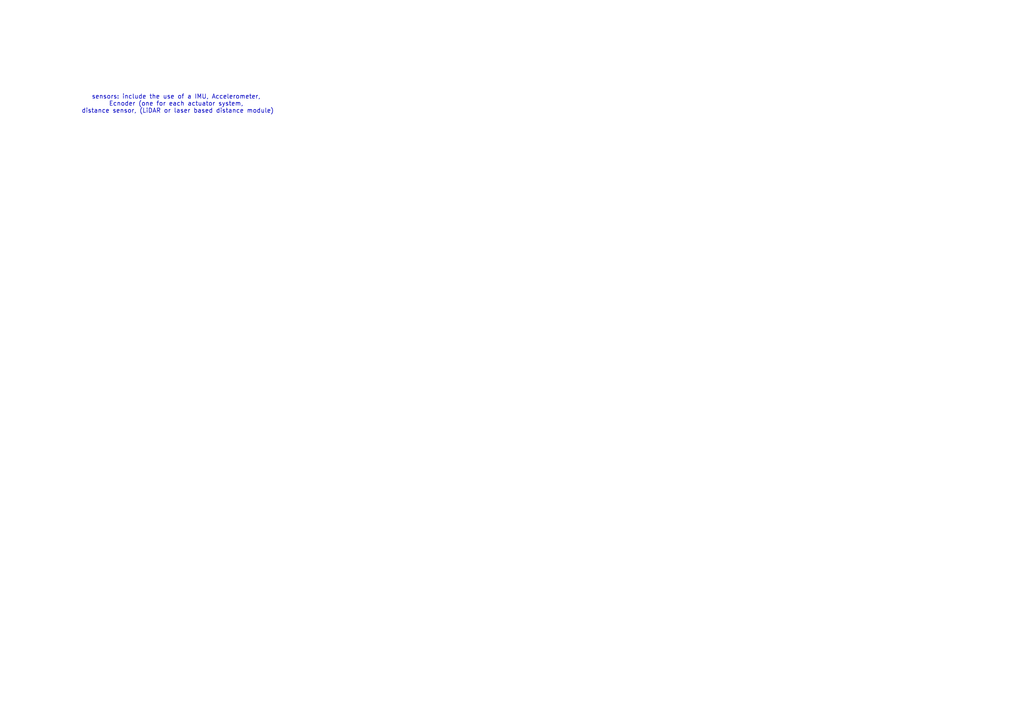
<source format=kicad_sch>
(kicad_sch
	(version 20250114)
	(generator "eeschema")
	(generator_version "9.0")
	(uuid "ad2f8d0d-870c-4364-877d-33a1ffcc44da")
	(paper "A4")
	(lib_symbols)
	(text "sensors: include the use of a IMU, Accelerometer, \nEcnoder (one for each actuator system, \ndistance sensor, (LiDAR or laser based distance module)\n"
		(exclude_from_sim no)
		(at 51.562 30.226 0)
		(effects
			(font
				(size 1.27 1.27)
			)
		)
		(uuid "4c2ee67f-e6b6-489c-bdde-28b4874c65f1")
	)
)

</source>
